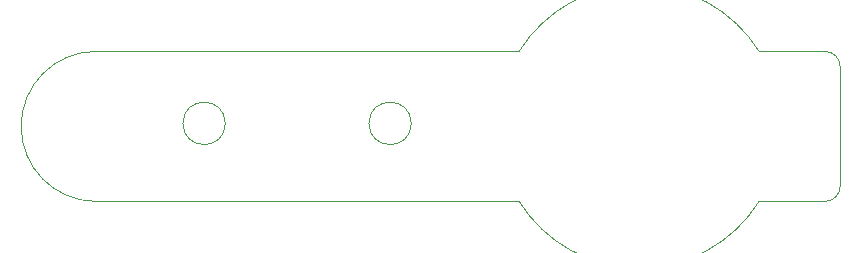
<source format=gm1>
%TF.GenerationSoftware,KiCad,Pcbnew,7.0.10*%
%TF.CreationDate,2024-05-07T16:57:11-04:00*%
%TF.ProjectId,Proj 1 - LED torch,50726f6a-2031-4202-9d20-4c454420746f,0.1*%
%TF.SameCoordinates,Original*%
%TF.FileFunction,Profile,NP*%
%FSLAX46Y46*%
G04 Gerber Fmt 4.6, Leading zero omitted, Abs format (unit mm)*
G04 Created by KiCad (PCBNEW 7.0.10) date 2024-05-07 16:57:11*
%MOMM*%
%LPD*%
G01*
G04 APERTURE LIST*
%TA.AperFunction,Profile*%
%ADD10C,0.100000*%
%TD*%
G04 APERTURE END LIST*
D10*
X179578000Y-120650000D02*
G75*
G03*
X180848000Y-119380000I0J1270000D01*
G01*
X180848000Y-109220000D02*
G75*
G03*
X179578000Y-107950000I-1270000J0D01*
G01*
X173990000Y-120650000D02*
X179578000Y-120650000D01*
X153670000Y-120650000D02*
G75*
G03*
X173990000Y-120650000I10160000J6350000D01*
G01*
X173990000Y-107950000D02*
X179578000Y-107950000D01*
X173990000Y-107950000D02*
G75*
G03*
X153670000Y-107950000I-10160000J-6350000D01*
G01*
X117856000Y-107950000D02*
G75*
G03*
X117856000Y-120650000I0J-6350000D01*
G01*
X180848000Y-109220000D02*
X180848000Y-119380000D01*
X153670000Y-107950000D02*
X117856000Y-107950000D01*
X144544051Y-114046000D02*
G75*
G03*
X140951949Y-114046000I-1796051J0D01*
G01*
X140951949Y-114046000D02*
G75*
G03*
X144544051Y-114046000I1796051J0D01*
G01*
X117856000Y-120650000D02*
X153670000Y-120650000D01*
X128796051Y-114046000D02*
G75*
G03*
X125203949Y-114046000I-1796051J0D01*
G01*
X125203949Y-114046000D02*
G75*
G03*
X128796051Y-114046000I1796051J0D01*
G01*
M02*

</source>
